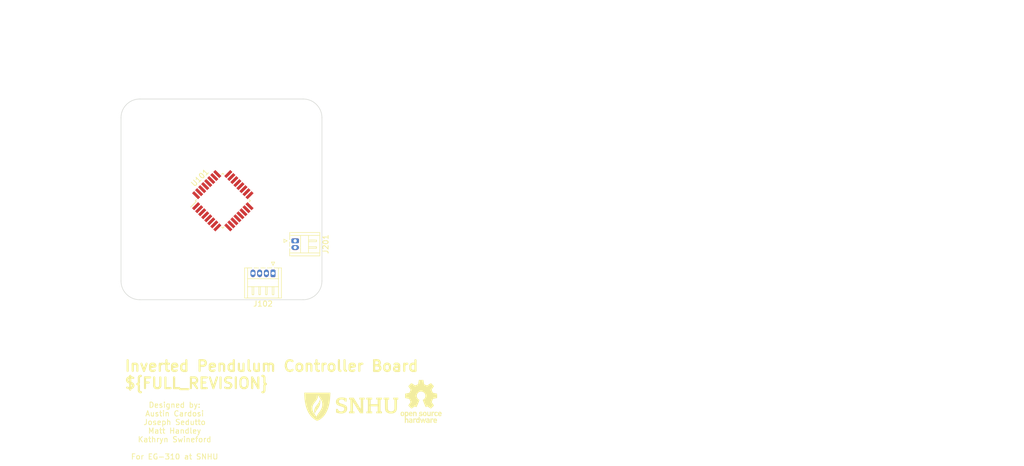
<source format=kicad_pcb>
(kicad_pcb (version 20211014) (generator pcbnew)
  (layers (0 "F.Cu" signal) (31 "B.Cu" signal) (34 "B.Paste" user) (35 "F.Paste" user) (36 "B.SilkS" user "B.Silkscreen") (37 "F.SilkS" user "F.Silkscreen") (38 "B.Mask" user) (39 "F.Mask" user) (44 "Edge.Cuts" user))
  (net 0 "")
  (net 1 "GND")
  (net 2 "Net-(C101-Pad1)")
  (net 3 "+5V")
  (net 4 "Net-(C103-Pad1)")
  (net 5 "Net-(C104-Pad1)")
  (net 6 "/RST")
  (net 7 "/SCK")
  (net 8 "/SDO")
  (net 9 "/SDI")
  (net 10 "Net-(R101-Pad1)")
  (net 11 "Net-(R102-Pad1)")
  (net 12 "/START")
  (net 13 "/STOP{slash}MODE")
  (net 29 "+19V")
  (footprint "MountingHole:MountingHole_2.7mm" (layer "F.Cu") (at 100.5 100.5)
    (fp_text reference "H102" hide)
    (fp_text value "PiMountingHole" hide)
    (pad "" np_thru_hole circle (at 0 0) (size 2.7 2.7) (drill 2.7) (layers *.Cu *.Mask))
  )
  (footprint "MountingHole:MountingHole_2.7mm" (layer "F.Cu") (at 100.5 70)
    (fp_text reference "H103" hide)
    (fp_text value "PiMountingHole" hide)
    (pad "" np_thru_hole circle (at 0 0) (size 2.7 2.7) (drill 2.7) (layers *.Cu *.Mask))
  )
  (footprint "Connector_Hirose:Hirose_DF13-02P-1.25DS_1x02_P1.25mm_Horizontal" (layer "F.Cu") (at 99 93 -90)
    (fp_text reference "J201" (at 0.62 -5.7 90) (layer "F.SilkS"))
    (fp_text value "PWR In")
    (pad "1" thru_hole roundrect (at 0 0 270) (size 0.9 1.4) (drill 0.6) (layers *.Cu *.Mask) (net 29 "+19V"))
    (pad "2" thru_hole oval (at 1.25 0 270) (size 0.9 1.4) (drill 0.6) (layers *.Cu *.Mask) (net 1 "GND"))
  )
  (footprint "MountingHole:MountingHole_2.7mm" (layer "F.Cu") (at 70 100.5)
    (fp_text reference "H106" hide)
    (fp_text value "PiMountingHole" hide)
    (pad "" np_thru_hole circle (at 0 0) (size 2.7 2.7) (drill 2.7) (layers *.Cu *.Mask))
  )
  (footprint "KenwoodFox:SNHU_NEW" (layer "F.Cu") (at 109.5 124)
    (fp_text reference "SNHU_NEW***")
    (fp_text value "LOGO" hide)
  )
  (footprint "MountingHole:MountingHole_2.7mm" (layer "F.Cu") (at 70 70)
    (fp_text reference "H105" hide)
    (fp_text value "PiMountingHole" hide)
    (pad "" np_thru_hole circle (at 0 0) (size 2.7 2.7) (drill 2.7) (layers *.Cu *.Mask))
  )
  (footprint "Symbol:OSHW-Logo_7.5x8mm_SilkScreen" (layer "F.Cu") (at 122.5 123)
    (fp_text reference "REF**" hide)
    (fp_text value "OSHW-Logo_7.5x8mm_SilkScreen" hide)
  )
  (footprint "Connector_Hirose:Hirose_DF13-04P-1.25DS_1x04_P1.25mm_Horizontal" (layer "F.Cu") (at 94.875 99.0675 180)
    (fp_text reference "J102" (at 1.88 -5.7) (layer "F.SilkS"))
    (fp_text value "Servo1")
    (pad "1" thru_hole roundrect (at 0 0 180) (size 0.9 1.4) (drill 0.6) (layers *.Cu *.Mask))
    (pad "2" thru_hole oval (at 1.25 0 180) (size 0.9 1.4) (drill 0.6) (layers *.Cu *.Mask))
    (pad "3" thru_hole oval (at 2.5 0 180) (size 0.9 1.4) (drill 0.6) (layers *.Cu *.Mask))
    (pad "4" thru_hole oval (at 3.75 0 180) (size 0.9 1.4) (drill 0.6) (layers *.Cu *.Mask))
  )
  (footprint "Package_QFP:TQFP-32_7x7mm_P0.8mm" (layer "F.Cu") (at 85.5 85.5 45)
    (fp_text reference "U101" (at 0 -6.05 45) (layer "F.SilkS"))
    (fp_text value "ATmega328P")
    (pad "1" smd rect (at -4.25 -2.8 45) (size 1.6 0.55) (layers "F.Cu" "F.Paste" "F.Mask"))
    (pad "2" smd rect (at -4.25 -2 45) (size 1.6 0.55) (layers "F.Cu" "F.Paste" "F.Mask"))
    (pad "3" smd rect (at -4.25 -1.2 45) (size 1.6 0.55) (layers "F.Cu" "F.Paste" "F.Mask") (net 1 "GND"))
    (pad "4" smd rect (at -4.25 -0.4 45) (size 1.6 0.55) (layers "F.Cu" "F.Paste" "F.Mask") (net 3 "+5V"))
    (pad "5" smd rect (at -4.25 0.4 45) (size 1.6 0.55) (layers "F.Cu" "F.Paste" "F.Mask") (net 1 "GND"))
    (pad "6" smd rect (at -4.25 1.2 45) (size 1.6 0.55) (layers "F.Cu" "F.Paste" "F.Mask") (net 3 "+5V"))
    (pad "7" smd rect (at -4.25 2 45) (size 1.6 0.55) (layers "F.Cu" "F.Paste" "F.Mask") (net 5 "Net-(C104-Pad1)"))
    (pad "8" smd rect (at -4.25 2.8 45) (size 1.6 0.55) (layers "F.Cu" "F.Paste" "F.Mask") (net 4 "Net-(C103-Pad1)"))
    (pad "9" smd rect (at -2.8 4.25 135) (size 1.6 0.55) (layers "F.Cu" "F.Paste" "F.Mask"))
    (pad "10" smd rect (at -2 4.25 135) (size 1.6 0.55) (layers "F.Cu" "F.Paste" "F.Mask"))
    (pad "11" smd rect (at -1.2 4.25 135) (size 1.6 0.55) (layers "F.Cu" "F.Paste" "F.Mask"))
    (pad "12" smd rect (at -0.4 4.25 135) (size 1.6 0.55) (layers "F.Cu" "F.Paste" "F.Mask") (net 13 "/STOP{slash}MODE"))
    (pad "13" smd rect (at 0.4 4.25 135) (size 1.6 0.55) (layers "F.Cu" "F.Paste" "F.Mask") (net 12 "/START"))
    (pad "14" smd rect (at 1.2 4.25 135) (size 1.6 0.55) (layers "F.Cu" "F.Paste" "F.Mask"))
    (pad "15" smd rect (at 2 4.25 135) (size 1.6 0.55) (layers "F.Cu" "F.Paste" "F.Mask") (net 8 "/SDO"))
    (pad "16" smd rect (at 2.8 4.25 135) (size 1.6 0.55) (layers "F.Cu" "F.Paste" "F.Mask") (net 9 "/SDI"))
    (pad "17" smd rect (at 4.25 2.8 45) (size 1.6 0.55) (layers "F.Cu" "F.Paste" "F.Mask") (net 7 "/SCK"))
    (pad "18" smd rect (at 4.25 2 45) (size 1.6 0.55) (layers "F.Cu" "F.Paste" "F.Mask") (net 3 "+5V"))
    (pad "19" smd rect (at 4.25 1.2 45) (size 1.6 0.55) (layers "F.Cu" "F.Paste" "F.Mask"))
    (pad "20" smd rect (at 4.25 0.4 45) (size 1.6 0.55) (layers "F.Cu" "F.Paste" "F.Mask") (net 2 "Net-(C101-Pad1)"))
    (pad "21" smd rect (at 4.25 -0.4 45) (size 1.6 0.55) (layers "F.Cu" "F.Paste" "F.Mask") (net 1 "GND"))
    (pad "22" smd rect (at 4.25 -1.2 45) (size 1.6 0.55) (layers "F.Cu" "F.Paste" "F.Mask"))
    (pad "23" smd rect (at 4.25 -2 45) (size 1.6 0.55) (layers "F.Cu" "F.Paste" "F.Mask"))
    (pad "24" smd rect (at 4.25 -2.8 45) (size 1.6 0.55) (layers "F.Cu" "F.Paste" "F.Mask"))
    (pad "25" smd rect (at 2.8 -4.25 135) (size 1.6 0.55) (layers "F.Cu" "F.Paste" "F.Mask"))
    (pad "26" smd rect (at 2 -4.25 135) (size 1.6 0.55) (layers "F.Cu" "F.Paste" "F.Mask"))
    (pad "27" smd rect (at 1.2 -4.25 135) (size 1.6 0.55) (layers "F.Cu" "F.Paste" "F.Mask"))
    (pad "28" smd rect (at 0.4 -4.25 135) (size 1.6 0.55) (layers "F.Cu" "F.Paste" "F.Mask"))
    (pad "29" smd rect (at -0.4 -4.25 135) (size 1.6 0.55) (layers "F.Cu" "F.Paste" "F.Mask") (net 6 "/RST"))
    (pad "30" smd rect (at -1.2 -4.25 135) (size 1.6 0.55) (layers "F.Cu" "F.Paste" "F.Mask") (net 10 "Net-(R101-Pad1)"))
    (pad "31" smd rect (at -2 -4.25 135) (size 1.6 0.55) (layers "F.Cu" "F.Paste" "F.Mask") (net 11 "Net-(R102-Pad1)"))
    (pad "32" smd rect (at -2.8 -4.25 135) (size 1.6 0.55) (layers "F.Cu" "F.Paste" "F.Mask"))
  )
  (gr_arc (start 70 104) (mid 67.525126 102.974874) (end 66.5 100.5) (layer "Edge.Cuts") (width 0.1))
  (gr_line (start 70 104) (end 100.5 104) (layer "Edge.Cuts") (width 0.1))
  (gr_line (start 66.5 70) (end 66.5 100.5) (layer "Edge.Cuts") (width 0.1))
  (gr_line (start 104 100.5) (end 104 70) (layer "Edge.Cuts") (width 0.1))
  (gr_line (start 100.5 66.5) (end 70 66.5) (layer "Edge.Cuts") (width 0.1))
  (gr_arc (start 100.5 66.5) (mid 102.974874 67.525126) (end 104 70) (layer "Edge.Cuts") (width 0.1))
  (gr_arc (start 104 100.5) (mid 102.974874 102.974874) (end 100.5 104) (layer "Edge.Cuts") (width 0.1))
  (gr_arc (start 66.5 70) (mid 67.525126 67.525126) (end 70 66.5) (layer "Edge.Cuts") (width 0.1))
  (gr_text "Inverted Pendulum Controller Board\n${FULL_REVISION}" (at 67 118) (layer "F.SilkS") (effects (font (size 2 2) (thickness 0.4)) (justify left)))
  (gr_text "Designed by:\nAustin Cardosi\nJoseph Sedutto\nMatt Handley\nKathryn Swineford\n\nFor EG-310 at SNHU" (at 76.5 128.5) (layer "F.SilkS") (effects (font (size 1 1))))
)
</source>
